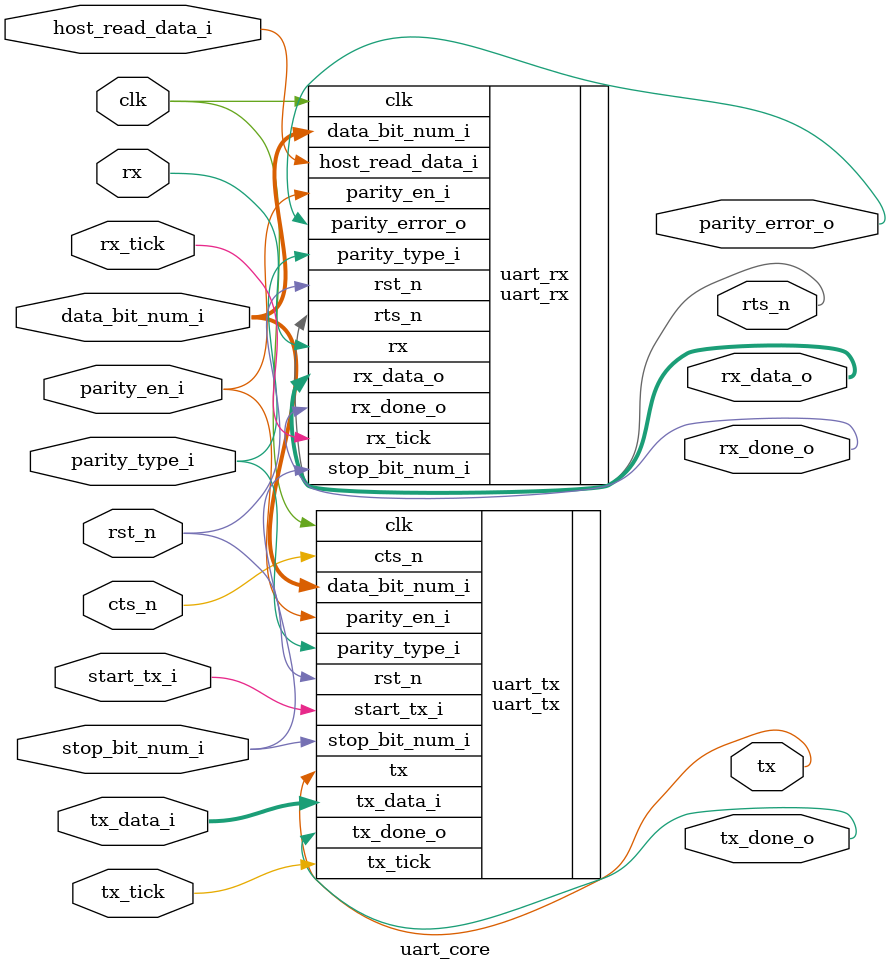
<source format=sv>
module uart_core (
    //Global signals
    input                  clk,
    input                  rst_n,
    input         [1 :0]   data_bit_num_i,
    input                  parity_en_i,
    input                  parity_type_i,
    input                  stop_bit_num_i,

    //Register block - tx - peripheral
    input         [31:0]   tx_data_i,
    input                  start_tx_i,
    input                  cts_n,
    input                  tx_tick,
    output  logic          tx_done_o,
    output  logic          tx,

    //Register block - rx - peripheral
    input                  rx,
    input                  rx_tick,
    input                  host_read_data_i,
    output  logic          rts_n,
    output  logic          rx_done_o, 
    output  logic          parity_error_o,
    output  logic [31:0]   rx_data_o
);

    uart_tx uart_tx (
        .clk(clk),
        .rst_n(rst_n),
        .tx_tick(tx_tick),
        .tx_data_i(tx_data_i),
        .data_bit_num_i(data_bit_num_i),
        .start_tx_i(start_tx_i),
        .parity_en_i(parity_en_i),
        .parity_type_i(parity_type_i),
        .stop_bit_num_i(stop_bit_num_i),
        .tx_done_o(tx_done_o),
        .cts_n(cts_n),
        .tx(tx)
    );

    uart_rx uart_rx (
        .clk(clk),
        .rst_n(rst_n),
        .rx_tick(rx_tick),
        .data_bit_num_i(data_bit_num_i),
        .parity_en_i(parity_en_i),
        .host_read_data_i(host_read_data_i),
        .parity_type_i(parity_type_i),
        .stop_bit_num_i(stop_bit_num_i),
        .rx_done_o(rx_done_o),
        .parity_error_o(parity_error_o),
        .rx_data_o(rx_data_o),
        .rx(rx),
        .rts_n(rts_n)
    );
    
endmodule
</source>
